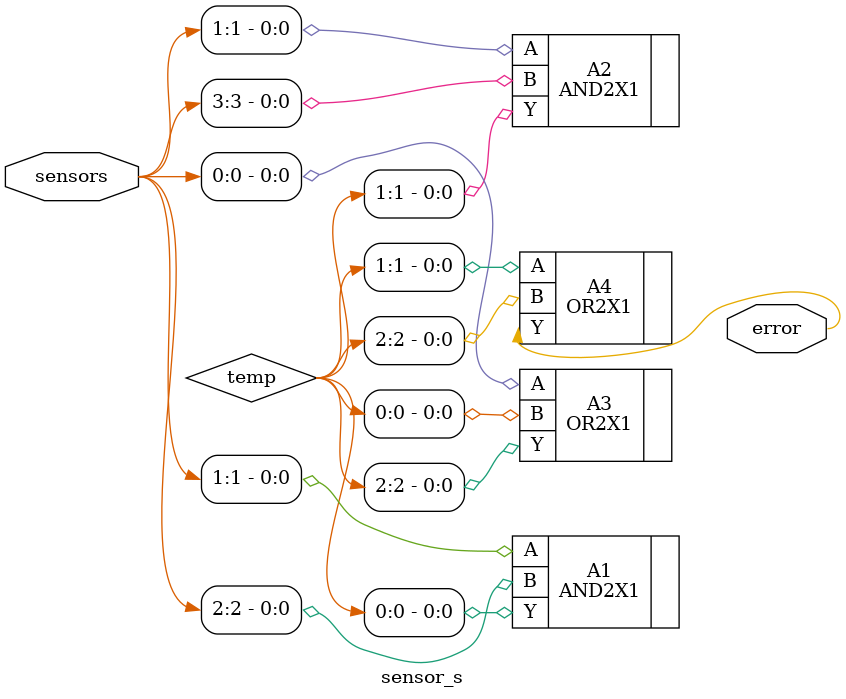
<source format=sv>

module sensor_s(input wire [3:0] sensors, output wire error);
	wire [2:0] temp;

	AND2X1 A1 (.Y(temp[0]), .A(sensors[1]), .B(sensors[2]));
	AND2X1 A2 (.Y(temp[1]), .A(sensors[1]), .B(sensors[3]));
	OR2X1 A3 (.Y(temp[2]), .A(sensors[0]), .B(temp[0]));
	OR2X1 A4 (.Y(error), .A(temp[1]), .B(temp[2]));


endmodule


</source>
